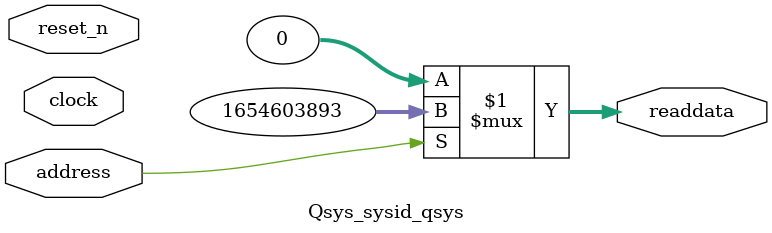
<source format=v>



// synthesis translate_off
`timescale 1ns / 1ps
// synthesis translate_on

// turn off superfluous verilog processor warnings 
// altera message_level Level1 
// altera message_off 10034 10035 10036 10037 10230 10240 10030 

module Qsys_sysid_qsys (
               // inputs:
                address,
                clock,
                reset_n,

               // outputs:
                readdata
             )
;

  output  [ 31: 0] readdata;
  input            address;
  input            clock;
  input            reset_n;

  wire    [ 31: 0] readdata;
  //control_slave, which is an e_avalon_slave
  assign readdata = address ? 1654603893 : 0;

endmodule



</source>
